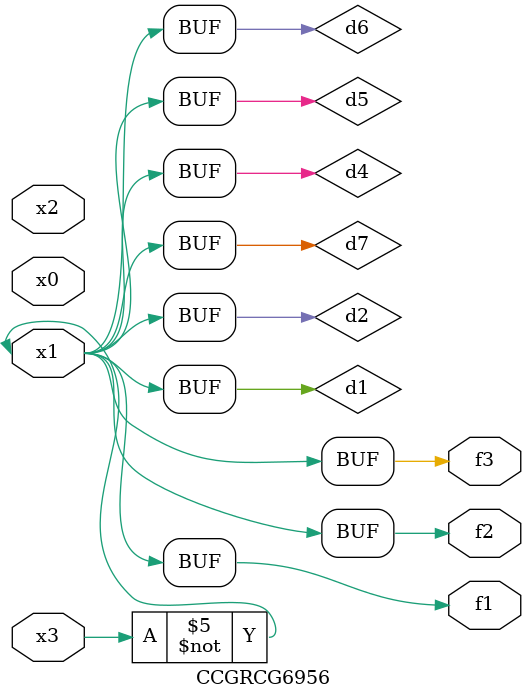
<source format=v>
module CCGRCG6956(
	input x0, x1, x2, x3,
	output f1, f2, f3
);

	wire d1, d2, d3, d4, d5, d6, d7;

	not (d1, x3);
	buf (d2, x1);
	xnor (d3, d1, d2);
	nor (d4, d1);
	buf (d5, d1, d2);
	buf (d6, d4, d5);
	nand (d7, d4);
	assign f1 = d6;
	assign f2 = d7;
	assign f3 = d6;
endmodule

</source>
